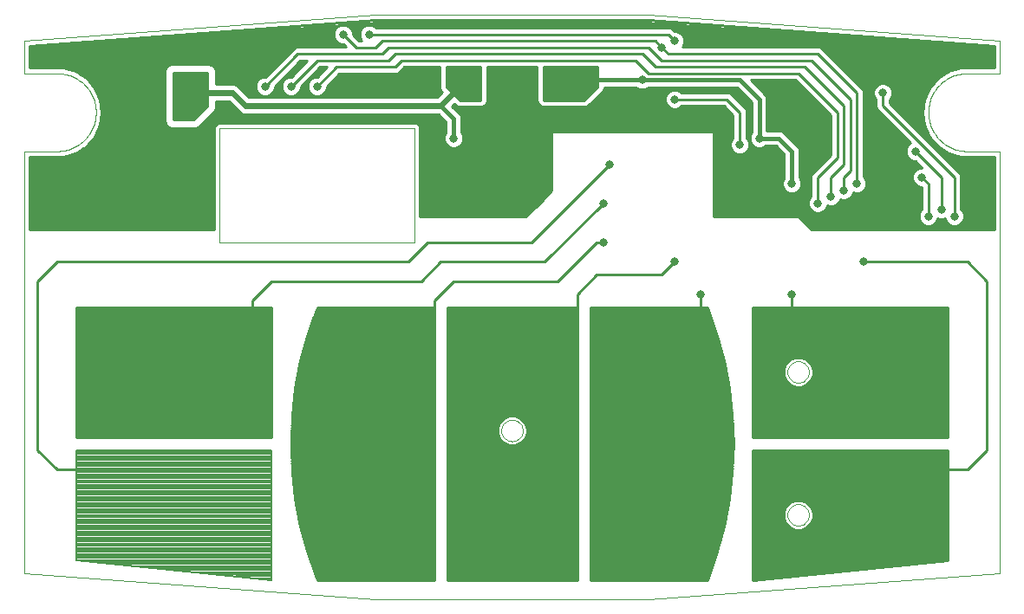
<source format=gtl>
G75*
G70*
%OFA0B0*%
%FSLAX24Y24*%
%IPPOS*%
%LPD*%
%AMOC8*
5,1,8,0,0,1.08239X$1,22.5*
%
%ADD10C,0.0000*%
%ADD11C,0.3000*%
%ADD12C,0.0100*%
%ADD13C,0.0320*%
%ADD14C,0.0080*%
%ADD15C,0.0160*%
%ADD16C,0.0240*%
D10*
X010400Y020400D02*
X023900Y019400D01*
X034400Y019400D01*
X047900Y020400D01*
X047900Y036650D01*
X046650Y036650D01*
X046574Y036652D01*
X046498Y036658D01*
X046423Y036667D01*
X046348Y036681D01*
X046274Y036698D01*
X046201Y036719D01*
X046129Y036743D01*
X046058Y036772D01*
X045989Y036803D01*
X045922Y036838D01*
X045857Y036877D01*
X045793Y036919D01*
X045732Y036964D01*
X045673Y037012D01*
X045617Y037063D01*
X045563Y037117D01*
X045512Y037173D01*
X045464Y037232D01*
X045419Y037293D01*
X045377Y037357D01*
X045338Y037422D01*
X045303Y037489D01*
X045272Y037558D01*
X045243Y037629D01*
X045219Y037701D01*
X045198Y037774D01*
X045181Y037848D01*
X045167Y037923D01*
X045158Y037998D01*
X045152Y038074D01*
X045150Y038150D01*
X045152Y038226D01*
X045158Y038302D01*
X045167Y038377D01*
X045181Y038452D01*
X045198Y038526D01*
X045219Y038599D01*
X045243Y038671D01*
X045272Y038742D01*
X045303Y038811D01*
X045338Y038878D01*
X045377Y038943D01*
X045419Y039007D01*
X045464Y039068D01*
X045512Y039127D01*
X045563Y039183D01*
X045617Y039237D01*
X045673Y039288D01*
X045732Y039336D01*
X045793Y039381D01*
X045857Y039423D01*
X045922Y039462D01*
X045989Y039497D01*
X046058Y039528D01*
X046129Y039557D01*
X046201Y039581D01*
X046274Y039602D01*
X046348Y039619D01*
X046423Y039633D01*
X046498Y039642D01*
X046574Y039648D01*
X046650Y039650D01*
X047900Y039650D01*
X047900Y040900D01*
X034400Y041900D01*
X023900Y041900D01*
X010400Y040900D01*
X010400Y039650D01*
X011650Y039650D01*
X011726Y039648D01*
X011802Y039642D01*
X011877Y039633D01*
X011952Y039619D01*
X012026Y039602D01*
X012099Y039581D01*
X012171Y039557D01*
X012242Y039528D01*
X012311Y039497D01*
X012378Y039462D01*
X012443Y039423D01*
X012507Y039381D01*
X012568Y039336D01*
X012627Y039288D01*
X012683Y039237D01*
X012737Y039183D01*
X012788Y039127D01*
X012836Y039068D01*
X012881Y039007D01*
X012923Y038943D01*
X012962Y038878D01*
X012997Y038811D01*
X013028Y038742D01*
X013057Y038671D01*
X013081Y038599D01*
X013102Y038526D01*
X013119Y038452D01*
X013133Y038377D01*
X013142Y038302D01*
X013148Y038226D01*
X013150Y038150D01*
X013148Y038074D01*
X013142Y037998D01*
X013133Y037923D01*
X013119Y037848D01*
X013102Y037774D01*
X013081Y037701D01*
X013057Y037629D01*
X013028Y037558D01*
X012997Y037489D01*
X012962Y037422D01*
X012923Y037357D01*
X012881Y037293D01*
X012836Y037232D01*
X012788Y037173D01*
X012737Y037117D01*
X012683Y037063D01*
X012627Y037012D01*
X012568Y036964D01*
X012507Y036919D01*
X012443Y036877D01*
X012378Y036838D01*
X012311Y036803D01*
X012242Y036772D01*
X012171Y036743D01*
X012099Y036719D01*
X012026Y036698D01*
X011952Y036681D01*
X011877Y036667D01*
X011802Y036658D01*
X011726Y036652D01*
X011650Y036650D01*
X010400Y036650D01*
X010400Y020400D01*
X017900Y033150D02*
X025400Y033150D01*
X025400Y037525D01*
X017900Y037525D01*
X017900Y033150D01*
X028737Y025900D02*
X028739Y025940D01*
X028745Y025981D01*
X028755Y026020D01*
X028768Y026058D01*
X028786Y026095D01*
X028807Y026129D01*
X028831Y026162D01*
X028858Y026192D01*
X028888Y026219D01*
X028921Y026243D01*
X028955Y026264D01*
X028992Y026282D01*
X029030Y026295D01*
X029069Y026305D01*
X029110Y026311D01*
X029150Y026313D01*
X029190Y026311D01*
X029231Y026305D01*
X029270Y026295D01*
X029308Y026282D01*
X029345Y026264D01*
X029379Y026243D01*
X029412Y026219D01*
X029442Y026192D01*
X029469Y026162D01*
X029493Y026129D01*
X029514Y026095D01*
X029532Y026058D01*
X029545Y026020D01*
X029555Y025981D01*
X029561Y025940D01*
X029563Y025900D01*
X029561Y025860D01*
X029555Y025819D01*
X029545Y025780D01*
X029532Y025742D01*
X029514Y025705D01*
X029493Y025671D01*
X029469Y025638D01*
X029442Y025608D01*
X029412Y025581D01*
X029379Y025557D01*
X029345Y025536D01*
X029308Y025518D01*
X029270Y025505D01*
X029231Y025495D01*
X029190Y025489D01*
X029150Y025487D01*
X029110Y025489D01*
X029069Y025495D01*
X029030Y025505D01*
X028992Y025518D01*
X028955Y025536D01*
X028921Y025557D01*
X028888Y025581D01*
X028858Y025608D01*
X028831Y025638D01*
X028807Y025671D01*
X028786Y025705D01*
X028768Y025742D01*
X028755Y025780D01*
X028745Y025819D01*
X028739Y025860D01*
X028737Y025900D01*
X039737Y028150D02*
X039739Y028190D01*
X039745Y028231D01*
X039755Y028270D01*
X039768Y028308D01*
X039786Y028345D01*
X039807Y028379D01*
X039831Y028412D01*
X039858Y028442D01*
X039888Y028469D01*
X039921Y028493D01*
X039955Y028514D01*
X039992Y028532D01*
X040030Y028545D01*
X040069Y028555D01*
X040110Y028561D01*
X040150Y028563D01*
X040190Y028561D01*
X040231Y028555D01*
X040270Y028545D01*
X040308Y028532D01*
X040345Y028514D01*
X040379Y028493D01*
X040412Y028469D01*
X040442Y028442D01*
X040469Y028412D01*
X040493Y028379D01*
X040514Y028345D01*
X040532Y028308D01*
X040545Y028270D01*
X040555Y028231D01*
X040561Y028190D01*
X040563Y028150D01*
X040561Y028110D01*
X040555Y028069D01*
X040545Y028030D01*
X040532Y027992D01*
X040514Y027955D01*
X040493Y027921D01*
X040469Y027888D01*
X040442Y027858D01*
X040412Y027831D01*
X040379Y027807D01*
X040345Y027786D01*
X040308Y027768D01*
X040270Y027755D01*
X040231Y027745D01*
X040190Y027739D01*
X040150Y027737D01*
X040110Y027739D01*
X040069Y027745D01*
X040030Y027755D01*
X039992Y027768D01*
X039955Y027786D01*
X039921Y027807D01*
X039888Y027831D01*
X039858Y027858D01*
X039831Y027888D01*
X039807Y027921D01*
X039786Y027955D01*
X039768Y027992D01*
X039755Y028030D01*
X039745Y028069D01*
X039739Y028110D01*
X039737Y028150D01*
X039737Y022650D02*
X039739Y022690D01*
X039745Y022731D01*
X039755Y022770D01*
X039768Y022808D01*
X039786Y022845D01*
X039807Y022879D01*
X039831Y022912D01*
X039858Y022942D01*
X039888Y022969D01*
X039921Y022993D01*
X039955Y023014D01*
X039992Y023032D01*
X040030Y023045D01*
X040069Y023055D01*
X040110Y023061D01*
X040150Y023063D01*
X040190Y023061D01*
X040231Y023055D01*
X040270Y023045D01*
X040308Y023032D01*
X040345Y023014D01*
X040379Y022993D01*
X040412Y022969D01*
X040442Y022942D01*
X040469Y022912D01*
X040493Y022879D01*
X040514Y022845D01*
X040532Y022808D01*
X040545Y022770D01*
X040555Y022731D01*
X040561Y022690D01*
X040563Y022650D01*
X040561Y022610D01*
X040555Y022569D01*
X040545Y022530D01*
X040532Y022492D01*
X040514Y022455D01*
X040493Y022421D01*
X040469Y022388D01*
X040442Y022358D01*
X040412Y022331D01*
X040379Y022307D01*
X040345Y022286D01*
X040308Y022268D01*
X040270Y022255D01*
X040231Y022245D01*
X040190Y022239D01*
X040150Y022237D01*
X040110Y022239D01*
X040069Y022245D01*
X040030Y022255D01*
X039992Y022268D01*
X039955Y022286D01*
X039921Y022307D01*
X039888Y022331D01*
X039858Y022358D01*
X039831Y022388D01*
X039807Y022421D01*
X039786Y022455D01*
X039768Y022492D01*
X039755Y022530D01*
X039745Y022569D01*
X039739Y022610D01*
X039737Y022650D01*
D11*
X029150Y035650D03*
D12*
X030287Y034787D02*
X025610Y034787D01*
X025610Y034689D02*
X030189Y034689D01*
X030090Y034590D02*
X025610Y034590D01*
X025610Y034492D02*
X029992Y034492D01*
X029893Y034393D02*
X025610Y034393D01*
X025610Y034295D02*
X029795Y034295D01*
X029696Y034196D02*
X025610Y034196D01*
X025610Y034150D02*
X025610Y037612D01*
X025487Y037735D01*
X017813Y037735D01*
X017690Y037612D01*
X017690Y033650D01*
X010610Y033650D01*
X010610Y036440D01*
X011896Y036440D01*
X012368Y036579D01*
X012781Y036844D01*
X012781Y036844D01*
X013103Y037216D01*
X013308Y037663D01*
X013308Y037663D01*
X013378Y038150D01*
X013308Y038637D01*
X013103Y039084D01*
X012781Y039456D01*
X012368Y039721D01*
X011896Y039860D01*
X010610Y039860D01*
X010610Y040705D01*
X023908Y041690D01*
X034392Y041690D01*
X047690Y040705D01*
X047690Y039860D01*
X046404Y039860D01*
X045932Y039721D01*
X045519Y039456D01*
X045197Y039084D01*
X044992Y038637D01*
X044992Y038637D01*
X044922Y038150D01*
X044992Y037663D01*
X045197Y037216D01*
X045519Y036844D01*
X045932Y036579D01*
X046404Y036440D01*
X047690Y036440D01*
X047690Y033650D01*
X040650Y033650D01*
X040150Y034150D01*
X036900Y034150D01*
X036900Y037400D01*
X030650Y037400D01*
X030650Y035150D01*
X029650Y034150D01*
X025610Y034150D01*
X025610Y034886D02*
X030386Y034886D01*
X030484Y034984D02*
X025610Y034984D01*
X025610Y035083D02*
X030583Y035083D01*
X030650Y035181D02*
X025610Y035181D01*
X025610Y035280D02*
X030650Y035280D01*
X030650Y035378D02*
X025610Y035378D01*
X025610Y035477D02*
X030650Y035477D01*
X030650Y035575D02*
X025610Y035575D01*
X025610Y035674D02*
X030650Y035674D01*
X030650Y035772D02*
X025610Y035772D01*
X025610Y035871D02*
X030650Y035871D01*
X030650Y035969D02*
X025610Y035969D01*
X025610Y036068D02*
X030650Y036068D01*
X030650Y036166D02*
X025610Y036166D01*
X025610Y036265D02*
X030650Y036265D01*
X030650Y036363D02*
X025610Y036363D01*
X025610Y036462D02*
X030650Y036462D01*
X030650Y036560D02*
X025610Y036560D01*
X025610Y036659D02*
X030650Y036659D01*
X030650Y036757D02*
X025610Y036757D01*
X025610Y036856D02*
X026671Y036856D01*
X026690Y036836D02*
X026826Y036780D01*
X026974Y036780D01*
X027110Y036836D01*
X027214Y036940D01*
X027270Y037076D01*
X027270Y037224D01*
X027214Y037360D01*
X027190Y037383D01*
X027190Y037958D01*
X027146Y038064D01*
X026838Y038372D01*
X026928Y038462D01*
X026986Y038404D01*
X027092Y038360D01*
X027958Y038360D01*
X028064Y038404D01*
X028146Y038486D01*
X028190Y038592D01*
X028190Y039890D01*
X030110Y039890D01*
X030110Y038592D01*
X030154Y038486D01*
X030236Y038404D01*
X030342Y038360D01*
X031958Y038360D01*
X032064Y038404D01*
X032646Y038986D01*
X032690Y039092D01*
X032690Y039110D01*
X033917Y039110D01*
X033940Y039086D01*
X034076Y039030D01*
X034224Y039030D01*
X034360Y039086D01*
X034383Y039110D01*
X037780Y039110D01*
X038360Y038530D01*
X038360Y037383D01*
X038336Y037360D01*
X038280Y037224D01*
X038280Y037076D01*
X038336Y036940D01*
X038440Y036836D01*
X038576Y036780D01*
X038724Y036780D01*
X038860Y036836D01*
X038883Y036860D01*
X039280Y036860D01*
X039610Y036530D01*
X039610Y035633D01*
X039586Y035610D01*
X039530Y035474D01*
X039530Y035326D01*
X039586Y035190D01*
X039690Y035086D01*
X039826Y035030D01*
X039974Y035030D01*
X040110Y035086D01*
X040214Y035190D01*
X040270Y035326D01*
X040270Y035474D01*
X040214Y035610D01*
X040190Y035633D01*
X040190Y036708D01*
X040146Y036814D01*
X039646Y037314D01*
X039564Y037396D01*
X039458Y037440D01*
X038940Y037440D01*
X038940Y038708D01*
X038896Y038814D01*
X038320Y039390D01*
X040042Y039390D01*
X041390Y038042D01*
X041390Y036508D01*
X040680Y035797D01*
X040640Y035702D01*
X040640Y034913D01*
X040586Y034860D01*
X040530Y034724D01*
X040530Y034576D01*
X040586Y034440D01*
X040690Y034336D01*
X040826Y034280D01*
X040974Y034280D01*
X041110Y034336D01*
X041214Y034440D01*
X041262Y034557D01*
X041326Y034530D01*
X041474Y034530D01*
X041610Y034586D01*
X041714Y034690D01*
X041762Y034807D01*
X041826Y034780D01*
X041974Y034780D01*
X042110Y034836D01*
X042214Y034940D01*
X042262Y035057D01*
X042326Y035030D01*
X042474Y035030D01*
X042610Y035086D01*
X042714Y035190D01*
X042770Y035326D01*
X042770Y035474D01*
X042714Y035610D01*
X042660Y035663D01*
X042660Y038952D01*
X042620Y039047D01*
X041120Y040547D01*
X041047Y040620D01*
X040952Y040660D01*
X035683Y040660D01*
X035714Y040690D01*
X035770Y040826D01*
X035770Y040974D01*
X035714Y041110D01*
X035610Y041214D01*
X035474Y041270D01*
X035398Y041270D01*
X035370Y041297D01*
X035297Y041370D01*
X035202Y041410D01*
X023913Y041410D01*
X023860Y041464D01*
X023724Y041520D01*
X023576Y041520D01*
X023440Y041464D01*
X023336Y041360D01*
X023280Y041224D01*
X023280Y041076D01*
X023336Y040940D01*
X023367Y040910D01*
X023258Y040910D01*
X023020Y041148D01*
X023020Y041224D01*
X022964Y041360D01*
X022860Y041464D01*
X022724Y041520D01*
X022576Y041520D01*
X022440Y041464D01*
X022336Y041360D01*
X022280Y041224D01*
X022280Y041076D01*
X022336Y040940D01*
X022440Y040836D01*
X022576Y040780D01*
X022652Y040780D01*
X022772Y040660D01*
X020848Y040660D01*
X020753Y040620D01*
X019652Y039520D01*
X019576Y039520D01*
X019440Y039464D01*
X019336Y039360D01*
X019280Y039224D01*
X019280Y039076D01*
X019336Y038940D01*
X019440Y038836D01*
X019576Y038780D01*
X019724Y038780D01*
X019860Y038836D01*
X019964Y038940D01*
X020020Y039076D01*
X020020Y039152D01*
X021008Y040140D01*
X021272Y040140D01*
X020652Y039520D01*
X020576Y039520D01*
X020440Y039464D01*
X020336Y039360D01*
X020280Y039224D01*
X020280Y039076D01*
X020336Y038940D01*
X020440Y038836D01*
X020576Y038780D01*
X020724Y038780D01*
X020860Y038836D01*
X020964Y038940D01*
X021020Y039076D01*
X021020Y039152D01*
X021758Y039890D01*
X022022Y039890D01*
X021652Y039520D01*
X021576Y039520D01*
X021440Y039464D01*
X021336Y039360D01*
X021280Y039224D01*
X021280Y039076D01*
X021336Y038940D01*
X021440Y038836D01*
X021576Y038780D01*
X021724Y038780D01*
X021860Y038836D01*
X021964Y038940D01*
X022020Y039076D01*
X022020Y039152D01*
X022508Y039640D01*
X024702Y039640D01*
X024797Y039680D01*
X024870Y039753D01*
X025008Y039890D01*
X026360Y039890D01*
X026360Y039092D01*
X026404Y038986D01*
X026462Y038928D01*
X026263Y038730D01*
X019037Y038730D01*
X018680Y039087D01*
X018587Y039180D01*
X018466Y039230D01*
X017770Y039230D01*
X017770Y039724D01*
X017714Y039860D01*
X017610Y039964D01*
X017474Y040020D01*
X016076Y040020D01*
X015940Y039964D01*
X015836Y039860D01*
X015780Y039724D01*
X015780Y037826D01*
X015836Y037690D01*
X015940Y037586D01*
X016076Y037530D01*
X016974Y037530D01*
X017110Y037586D01*
X017610Y038086D01*
X017714Y038190D01*
X017770Y038326D01*
X017770Y038570D01*
X018263Y038570D01*
X018620Y038213D01*
X018713Y038120D01*
X018834Y038070D01*
X026320Y038070D01*
X026610Y037780D01*
X026610Y037383D01*
X026586Y037360D01*
X026530Y037224D01*
X026530Y037076D01*
X026586Y036940D01*
X026690Y036836D01*
X026581Y036954D02*
X025610Y036954D01*
X025610Y037053D02*
X026540Y037053D01*
X026530Y037151D02*
X025610Y037151D01*
X025610Y037250D02*
X026541Y037250D01*
X026582Y037348D02*
X025610Y037348D01*
X025610Y037447D02*
X026610Y037447D01*
X026610Y037545D02*
X025610Y037545D01*
X025578Y037644D02*
X026610Y037644D01*
X026610Y037742D02*
X017265Y037742D01*
X017167Y037644D02*
X017722Y037644D01*
X017690Y037545D02*
X017010Y037545D01*
X017364Y037841D02*
X026549Y037841D01*
X026451Y037939D02*
X017462Y037939D01*
X017561Y038038D02*
X026352Y038038D01*
X026877Y038333D02*
X035198Y038333D01*
X035190Y038336D02*
X035326Y038280D01*
X035474Y038280D01*
X035610Y038336D01*
X035663Y038390D01*
X037292Y038390D01*
X037640Y038042D01*
X037640Y037163D01*
X037586Y037110D01*
X037530Y036974D01*
X037530Y036826D01*
X037586Y036690D01*
X037690Y036586D01*
X037826Y036530D01*
X037974Y036530D01*
X038110Y036586D01*
X038214Y036690D01*
X038270Y036826D01*
X038270Y036974D01*
X038214Y037110D01*
X038160Y037163D01*
X038160Y038202D01*
X038120Y038297D01*
X037620Y038797D01*
X037547Y038870D01*
X037452Y038910D01*
X035663Y038910D01*
X035610Y038964D01*
X035474Y039020D01*
X035326Y039020D01*
X035190Y038964D01*
X035086Y038860D01*
X035030Y038724D01*
X035030Y038576D01*
X035086Y038440D01*
X035190Y038336D01*
X035095Y038432D02*
X032092Y038432D01*
X032190Y038530D02*
X035049Y038530D01*
X035030Y038629D02*
X032289Y038629D01*
X032387Y038727D02*
X035031Y038727D01*
X035072Y038826D02*
X032486Y038826D01*
X032584Y038924D02*
X035151Y038924D01*
X035400Y038650D02*
X037400Y038650D01*
X037900Y038150D01*
X037900Y036900D01*
X038241Y036757D02*
X039383Y036757D01*
X039481Y036659D02*
X038182Y036659D01*
X038046Y036560D02*
X039580Y036560D01*
X039610Y036462D02*
X036900Y036462D01*
X036900Y036560D02*
X037754Y036560D01*
X037618Y036659D02*
X036900Y036659D01*
X036900Y036757D02*
X037559Y036757D01*
X037530Y036856D02*
X036900Y036856D01*
X036900Y036954D02*
X037530Y036954D01*
X037563Y037053D02*
X036900Y037053D01*
X036900Y037151D02*
X037628Y037151D01*
X037640Y037250D02*
X036900Y037250D01*
X036900Y037348D02*
X037640Y037348D01*
X037640Y037447D02*
X027190Y037447D01*
X027190Y037545D02*
X037640Y037545D01*
X037640Y037644D02*
X027190Y037644D01*
X027190Y037742D02*
X037640Y037742D01*
X037640Y037841D02*
X027190Y037841D01*
X027190Y037939D02*
X037640Y037939D01*
X037640Y038038D02*
X027157Y038038D01*
X027074Y038136D02*
X037546Y038136D01*
X037448Y038235D02*
X026976Y038235D01*
X026958Y038432D02*
X026898Y038432D01*
X026457Y038924D02*
X021947Y038924D01*
X021998Y039023D02*
X026389Y039023D01*
X026360Y039121D02*
X022020Y039121D01*
X022087Y039220D02*
X026360Y039220D01*
X026360Y039318D02*
X022186Y039318D01*
X022284Y039417D02*
X026360Y039417D01*
X026360Y039515D02*
X022383Y039515D01*
X022481Y039614D02*
X026360Y039614D01*
X026360Y039712D02*
X024830Y039712D01*
X024928Y039811D02*
X026360Y039811D01*
X026359Y038826D02*
X021833Y038826D01*
X021467Y038826D02*
X020833Y038826D01*
X020947Y038924D02*
X021353Y038924D01*
X021302Y039023D02*
X020998Y039023D01*
X021020Y039121D02*
X021280Y039121D01*
X021280Y039220D02*
X021087Y039220D01*
X021186Y039318D02*
X021319Y039318D01*
X021284Y039417D02*
X021393Y039417D01*
X021383Y039515D02*
X021564Y039515D01*
X021481Y039614D02*
X021746Y039614D01*
X021844Y039712D02*
X021580Y039712D01*
X021678Y039811D02*
X021943Y039811D01*
X021650Y040150D02*
X020650Y039150D01*
X020393Y039417D02*
X020284Y039417D01*
X020319Y039318D02*
X020186Y039318D01*
X020280Y039220D02*
X020087Y039220D01*
X020020Y039121D02*
X020280Y039121D01*
X020302Y039023D02*
X019998Y039023D01*
X019947Y038924D02*
X020353Y038924D01*
X020467Y038826D02*
X019833Y038826D01*
X019467Y038826D02*
X018941Y038826D01*
X018843Y038924D02*
X019353Y038924D01*
X019302Y039023D02*
X018744Y039023D01*
X018646Y039121D02*
X019280Y039121D01*
X019280Y039220D02*
X018491Y039220D01*
X018303Y038530D02*
X017770Y038530D01*
X017770Y038432D02*
X018402Y038432D01*
X018500Y038333D02*
X017770Y038333D01*
X017732Y038235D02*
X018599Y038235D01*
X018620Y038213D02*
X018620Y038213D01*
X018697Y038136D02*
X017659Y038136D01*
X017690Y037447D02*
X013209Y037447D01*
X013254Y037545D02*
X016040Y037545D01*
X015883Y037644D02*
X013299Y037644D01*
X013319Y037742D02*
X015815Y037742D01*
X015780Y037841D02*
X013333Y037841D01*
X013347Y037939D02*
X015780Y037939D01*
X015780Y038038D02*
X013361Y038038D01*
X013376Y038136D02*
X015780Y038136D01*
X015780Y038235D02*
X013365Y038235D01*
X013378Y038150D02*
X013378Y038150D01*
X013351Y038333D02*
X015780Y038333D01*
X015780Y038432D02*
X013337Y038432D01*
X013323Y038530D02*
X015780Y038530D01*
X015780Y038629D02*
X013309Y038629D01*
X013308Y038637D02*
X013308Y038637D01*
X013266Y038727D02*
X015780Y038727D01*
X015780Y038826D02*
X013221Y038826D01*
X013176Y038924D02*
X015780Y038924D01*
X015780Y039023D02*
X013131Y039023D01*
X013103Y039084D02*
X013103Y039084D01*
X013071Y039121D02*
X015780Y039121D01*
X015780Y039220D02*
X012986Y039220D01*
X012901Y039318D02*
X015780Y039318D01*
X015780Y039417D02*
X012815Y039417D01*
X012781Y039456D02*
X012781Y039456D01*
X012781Y039456D01*
X012689Y039515D02*
X015780Y039515D01*
X015780Y039614D02*
X012536Y039614D01*
X012382Y039712D02*
X015780Y039712D01*
X015816Y039811D02*
X012064Y039811D01*
X012368Y039721D02*
X012368Y039721D01*
X010610Y039909D02*
X015886Y039909D01*
X016046Y040008D02*
X010610Y040008D01*
X010610Y040106D02*
X020238Y040106D01*
X020140Y040008D02*
X017504Y040008D01*
X017664Y039909D02*
X020041Y039909D01*
X019943Y039811D02*
X017734Y039811D01*
X017770Y039712D02*
X019844Y039712D01*
X019746Y039614D02*
X017770Y039614D01*
X017770Y039515D02*
X019564Y039515D01*
X019393Y039417D02*
X017770Y039417D01*
X017770Y039318D02*
X019319Y039318D01*
X019650Y039150D02*
X020900Y040400D01*
X024150Y040400D01*
X024400Y040650D01*
X034400Y040650D01*
X034900Y040150D01*
X040650Y040150D01*
X042150Y038650D01*
X042150Y035900D01*
X041900Y035650D01*
X041900Y035150D01*
X042159Y034886D02*
X044890Y034886D01*
X044890Y034984D02*
X042232Y034984D01*
X041991Y034787D02*
X044890Y034787D01*
X044890Y034689D02*
X041712Y034689D01*
X041754Y034787D02*
X041809Y034787D01*
X041613Y034590D02*
X044890Y034590D01*
X044890Y034492D02*
X041235Y034492D01*
X041166Y034393D02*
X044870Y034393D01*
X044890Y034413D02*
X044836Y034360D01*
X044780Y034224D01*
X044780Y034076D01*
X044836Y033940D01*
X044940Y033836D01*
X045076Y033780D01*
X045224Y033780D01*
X045360Y033836D01*
X045464Y033940D01*
X045512Y034057D01*
X045576Y034030D01*
X045724Y034030D01*
X045788Y034057D01*
X045836Y033940D01*
X045940Y033836D01*
X046076Y033780D01*
X046224Y033780D01*
X046360Y033836D01*
X046464Y033940D01*
X046520Y034076D01*
X046520Y034224D01*
X046464Y034360D01*
X046410Y034413D01*
X046410Y035702D01*
X046370Y035797D01*
X043660Y038508D01*
X043660Y038637D01*
X043714Y038690D01*
X043770Y038826D01*
X043770Y038974D01*
X043714Y039110D01*
X043610Y039214D01*
X043474Y039270D01*
X043326Y039270D01*
X043190Y039214D01*
X043086Y039110D01*
X043030Y038974D01*
X043030Y038826D01*
X043086Y038690D01*
X043140Y038637D01*
X043140Y038348D01*
X043180Y038253D01*
X043253Y038180D01*
X044460Y036972D01*
X044440Y036964D01*
X044336Y036860D01*
X044280Y036724D01*
X044280Y036576D01*
X044336Y036440D01*
X044440Y036336D01*
X044576Y036280D01*
X044652Y036280D01*
X044912Y036020D01*
X044826Y036020D01*
X044690Y035964D01*
X044586Y035860D01*
X044530Y035724D01*
X044530Y035576D01*
X044586Y035440D01*
X044690Y035336D01*
X044826Y035280D01*
X044890Y035280D01*
X044890Y034413D01*
X044809Y034295D02*
X041009Y034295D01*
X040791Y034295D02*
X036900Y034295D01*
X036900Y034393D02*
X040634Y034393D01*
X040565Y034492D02*
X036900Y034492D01*
X036900Y034590D02*
X040530Y034590D01*
X040530Y034689D02*
X036900Y034689D01*
X036900Y034787D02*
X040556Y034787D01*
X040612Y034886D02*
X036900Y034886D01*
X036900Y034984D02*
X040640Y034984D01*
X040640Y035083D02*
X040100Y035083D01*
X040204Y035181D02*
X040640Y035181D01*
X040640Y035280D02*
X040251Y035280D01*
X040270Y035378D02*
X040640Y035378D01*
X040640Y035477D02*
X040269Y035477D01*
X040228Y035575D02*
X040640Y035575D01*
X040640Y035674D02*
X040190Y035674D01*
X040190Y035772D02*
X040669Y035772D01*
X040753Y035871D02*
X040190Y035871D01*
X040190Y035969D02*
X040851Y035969D01*
X040950Y036068D02*
X040190Y036068D01*
X040190Y036166D02*
X041048Y036166D01*
X041147Y036265D02*
X040190Y036265D01*
X040190Y036363D02*
X041245Y036363D01*
X041344Y036462D02*
X040190Y036462D01*
X040190Y036560D02*
X041390Y036560D01*
X041390Y036659D02*
X040190Y036659D01*
X040170Y036757D02*
X041390Y036757D01*
X041390Y036856D02*
X040105Y036856D01*
X040006Y036954D02*
X041390Y036954D01*
X041390Y037053D02*
X039908Y037053D01*
X039809Y037151D02*
X041390Y037151D01*
X041390Y037250D02*
X039711Y037250D01*
X039612Y037348D02*
X041390Y037348D01*
X041390Y037447D02*
X038940Y037447D01*
X038940Y037545D02*
X041390Y037545D01*
X041390Y037644D02*
X038940Y037644D01*
X038940Y037742D02*
X041390Y037742D01*
X041390Y037841D02*
X038940Y037841D01*
X038940Y037939D02*
X041390Y037939D01*
X041390Y038038D02*
X038940Y038038D01*
X038940Y038136D02*
X041296Y038136D01*
X041198Y038235D02*
X038940Y038235D01*
X038940Y038333D02*
X041099Y038333D01*
X041001Y038432D02*
X038940Y038432D01*
X038940Y038530D02*
X040902Y038530D01*
X040804Y038629D02*
X038940Y038629D01*
X038932Y038727D02*
X040705Y038727D01*
X040607Y038826D02*
X038885Y038826D01*
X038786Y038924D02*
X040508Y038924D01*
X040410Y039023D02*
X038688Y039023D01*
X038589Y039121D02*
X040311Y039121D01*
X040213Y039220D02*
X038491Y039220D01*
X038392Y039318D02*
X040114Y039318D01*
X040150Y039650D02*
X034400Y039650D01*
X033900Y040150D01*
X024900Y040150D01*
X024650Y039900D01*
X022400Y039900D01*
X021650Y039150D01*
X020844Y039712D02*
X020580Y039712D01*
X020678Y039811D02*
X020943Y039811D01*
X021041Y039909D02*
X020777Y039909D01*
X020875Y040008D02*
X021140Y040008D01*
X021238Y040106D02*
X020974Y040106D01*
X020632Y040500D02*
X010610Y040500D01*
X010610Y040402D02*
X020534Y040402D01*
X020435Y040303D02*
X010610Y040303D01*
X010610Y040205D02*
X020337Y040205D01*
X020731Y040599D02*
X010610Y040599D01*
X010610Y040697D02*
X022735Y040697D01*
X022539Y040796D02*
X011832Y040796D01*
X013162Y040894D02*
X022383Y040894D01*
X022315Y040993D02*
X014492Y040993D01*
X015822Y041091D02*
X022280Y041091D01*
X022280Y041190D02*
X017151Y041190D01*
X018481Y041288D02*
X022307Y041288D01*
X022363Y041387D02*
X019811Y041387D01*
X021141Y041485D02*
X022492Y041485D01*
X022470Y041584D02*
X035830Y041584D01*
X035634Y041190D02*
X041149Y041190D01*
X041069Y040599D02*
X047690Y040599D01*
X047690Y040697D02*
X035716Y040697D01*
X035757Y040796D02*
X046468Y040796D01*
X046236Y039811D02*
X041857Y039811D01*
X041759Y039909D02*
X047690Y039909D01*
X047690Y040008D02*
X041660Y040008D01*
X041562Y040106D02*
X047690Y040106D01*
X047690Y040205D02*
X041463Y040205D01*
X041365Y040303D02*
X047690Y040303D01*
X047690Y040402D02*
X041266Y040402D01*
X041168Y040500D02*
X047690Y040500D01*
X045932Y039721D02*
X045932Y039721D01*
X045918Y039712D02*
X041956Y039712D01*
X042054Y039614D02*
X045764Y039614D01*
X045611Y039515D02*
X042153Y039515D01*
X042251Y039417D02*
X045485Y039417D01*
X045519Y039456D02*
X045519Y039456D01*
X045399Y039318D02*
X042350Y039318D01*
X042448Y039220D02*
X043205Y039220D01*
X043098Y039121D02*
X042547Y039121D01*
X042631Y039023D02*
X043050Y039023D01*
X043030Y038924D02*
X042660Y038924D01*
X042660Y038826D02*
X043030Y038826D01*
X043071Y038727D02*
X042660Y038727D01*
X042660Y038629D02*
X043140Y038629D01*
X043140Y038530D02*
X042660Y038530D01*
X042660Y038432D02*
X043140Y038432D01*
X043146Y038333D02*
X042660Y038333D01*
X042660Y038235D02*
X043198Y038235D01*
X043296Y038136D02*
X042660Y038136D01*
X042660Y038038D02*
X043395Y038038D01*
X043493Y037939D02*
X042660Y037939D01*
X042660Y037841D02*
X043592Y037841D01*
X043690Y037742D02*
X042660Y037742D01*
X042660Y037644D02*
X043789Y037644D01*
X043887Y037545D02*
X042660Y037545D01*
X042660Y037447D02*
X043986Y037447D01*
X044084Y037348D02*
X042660Y037348D01*
X042660Y037250D02*
X044183Y037250D01*
X044281Y037151D02*
X042660Y037151D01*
X042660Y037053D02*
X044380Y037053D01*
X044431Y036954D02*
X042660Y036954D01*
X042660Y036856D02*
X044335Y036856D01*
X044294Y036757D02*
X042660Y036757D01*
X042660Y036659D02*
X044280Y036659D01*
X044287Y036560D02*
X042660Y036560D01*
X042660Y036462D02*
X044328Y036462D01*
X044414Y036363D02*
X042660Y036363D01*
X042660Y036265D02*
X044668Y036265D01*
X044766Y036166D02*
X042660Y036166D01*
X042660Y036068D02*
X044865Y036068D01*
X044703Y035969D02*
X042660Y035969D01*
X042660Y035871D02*
X044597Y035871D01*
X044550Y035772D02*
X042660Y035772D01*
X042660Y035674D02*
X044530Y035674D01*
X044531Y035575D02*
X042728Y035575D01*
X042769Y035477D02*
X044571Y035477D01*
X044649Y035378D02*
X042770Y035378D01*
X042751Y035280D02*
X044890Y035280D01*
X044890Y035181D02*
X042704Y035181D01*
X042600Y035083D02*
X044890Y035083D01*
X045150Y035400D02*
X044900Y035650D01*
X045150Y035400D02*
X045150Y034150D01*
X045488Y033999D02*
X045812Y033999D01*
X045876Y033901D02*
X045424Y033901D01*
X045277Y033802D02*
X046023Y033802D01*
X046277Y033802D02*
X047690Y033802D01*
X047690Y033704D02*
X040596Y033704D01*
X040498Y033802D02*
X045023Y033802D01*
X044876Y033901D02*
X040399Y033901D01*
X040301Y033999D02*
X044812Y033999D01*
X044780Y034098D02*
X040202Y034098D01*
X040900Y034650D02*
X040900Y035650D01*
X041650Y036400D01*
X041650Y038150D01*
X040150Y039650D01*
X040400Y039900D02*
X034650Y039900D01*
X034150Y040400D01*
X024650Y040400D01*
X024400Y040150D01*
X021650Y040150D01*
X020746Y039614D02*
X020481Y039614D01*
X020564Y039515D02*
X020383Y039515D01*
X022650Y041150D02*
X023150Y040650D01*
X023900Y040650D01*
X024150Y040900D01*
X034650Y040900D01*
X034900Y040650D01*
X035150Y040400D01*
X040900Y040400D01*
X042400Y038900D01*
X042400Y035400D01*
X041900Y036150D02*
X041900Y038400D01*
X040400Y039900D01*
X039819Y041288D02*
X035380Y041288D01*
X035258Y041387D02*
X038489Y041387D01*
X037159Y041485D02*
X023808Y041485D01*
X023800Y041682D02*
X034500Y041682D01*
X035150Y041150D02*
X023650Y041150D01*
X023307Y041288D02*
X022993Y041288D01*
X023020Y041190D02*
X023280Y041190D01*
X023280Y041091D02*
X023077Y041091D01*
X023175Y040993D02*
X023315Y040993D01*
X023363Y041387D02*
X022937Y041387D01*
X022808Y041485D02*
X023492Y041485D01*
X028190Y039811D02*
X030110Y039811D01*
X030110Y039712D02*
X028190Y039712D01*
X028190Y039614D02*
X030110Y039614D01*
X030110Y039515D02*
X028190Y039515D01*
X028190Y039417D02*
X030110Y039417D01*
X030110Y039318D02*
X028190Y039318D01*
X028190Y039220D02*
X030110Y039220D01*
X030110Y039121D02*
X028190Y039121D01*
X028190Y039023D02*
X030110Y039023D01*
X030110Y038924D02*
X028190Y038924D01*
X028190Y038826D02*
X030110Y038826D01*
X030110Y038727D02*
X028190Y038727D01*
X028190Y038629D02*
X030110Y038629D01*
X030136Y038530D02*
X028164Y038530D01*
X028092Y038432D02*
X030208Y038432D01*
X030650Y037348D02*
X027218Y037348D01*
X027259Y037250D02*
X030650Y037250D01*
X030650Y037151D02*
X027270Y037151D01*
X027260Y037053D02*
X030650Y037053D01*
X030650Y036954D02*
X027219Y036954D01*
X027129Y036856D02*
X030650Y036856D01*
X032900Y036150D02*
X029900Y033150D01*
X025900Y033150D01*
X025150Y032400D01*
X011650Y032400D01*
X010900Y031650D01*
X010900Y025150D01*
X011650Y024400D01*
X012650Y024400D01*
X012400Y025650D02*
X012400Y030650D01*
X019900Y030650D01*
X019900Y025650D01*
X012400Y025650D01*
X012400Y025725D02*
X019900Y025725D01*
X019900Y025823D02*
X012400Y025823D01*
X012400Y025922D02*
X019900Y025922D01*
X019900Y026020D02*
X012400Y026020D01*
X012400Y026119D02*
X019900Y026119D01*
X019900Y026217D02*
X012400Y026217D01*
X012400Y026316D02*
X019900Y026316D01*
X019900Y026414D02*
X012400Y026414D01*
X012400Y026513D02*
X019900Y026513D01*
X019900Y026611D02*
X012400Y026611D01*
X012400Y026710D02*
X019900Y026710D01*
X019900Y026808D02*
X012400Y026808D01*
X012400Y026907D02*
X019900Y026907D01*
X019900Y027005D02*
X012400Y027005D01*
X012400Y027104D02*
X019900Y027104D01*
X019900Y027202D02*
X012400Y027202D01*
X012400Y027301D02*
X019900Y027301D01*
X019900Y027399D02*
X012400Y027399D01*
X012400Y027498D02*
X019900Y027498D01*
X019900Y027596D02*
X012400Y027596D01*
X012400Y027695D02*
X019900Y027695D01*
X019900Y027793D02*
X012400Y027793D01*
X012400Y027892D02*
X019900Y027892D01*
X019900Y027990D02*
X012400Y027990D01*
X012400Y028089D02*
X019900Y028089D01*
X019900Y028187D02*
X012400Y028187D01*
X012400Y028286D02*
X019900Y028286D01*
X019900Y028384D02*
X012400Y028384D01*
X012400Y028483D02*
X019900Y028483D01*
X019900Y028581D02*
X012400Y028581D01*
X012400Y028680D02*
X019900Y028680D01*
X019900Y028778D02*
X012400Y028778D01*
X012400Y028877D02*
X019900Y028877D01*
X019900Y028975D02*
X012400Y028975D01*
X012400Y029074D02*
X019900Y029074D01*
X019900Y029172D02*
X012400Y029172D01*
X012400Y029271D02*
X019900Y029271D01*
X019900Y029369D02*
X012400Y029369D01*
X012400Y029468D02*
X019900Y029468D01*
X019900Y029566D02*
X012400Y029566D01*
X012400Y029665D02*
X019900Y029665D01*
X019900Y029763D02*
X012400Y029763D01*
X012400Y029862D02*
X019900Y029862D01*
X019900Y029960D02*
X012400Y029960D01*
X012400Y030059D02*
X019900Y030059D01*
X019900Y030157D02*
X012400Y030157D01*
X012400Y030256D02*
X019900Y030256D01*
X019900Y030354D02*
X012400Y030354D01*
X012400Y030453D02*
X019900Y030453D01*
X019900Y030551D02*
X012400Y030551D01*
X010610Y033704D02*
X017690Y033704D01*
X017690Y033802D02*
X010610Y033802D01*
X010610Y033901D02*
X017690Y033901D01*
X017690Y033999D02*
X010610Y033999D01*
X010610Y034098D02*
X017690Y034098D01*
X017690Y034196D02*
X010610Y034196D01*
X010610Y034295D02*
X017690Y034295D01*
X017690Y034393D02*
X010610Y034393D01*
X010610Y034492D02*
X017690Y034492D01*
X017690Y034590D02*
X010610Y034590D01*
X010610Y034689D02*
X017690Y034689D01*
X017690Y034787D02*
X010610Y034787D01*
X010610Y034886D02*
X017690Y034886D01*
X017690Y034984D02*
X010610Y034984D01*
X010610Y035083D02*
X017690Y035083D01*
X017690Y035181D02*
X010610Y035181D01*
X010610Y035280D02*
X017690Y035280D01*
X017690Y035378D02*
X010610Y035378D01*
X010610Y035477D02*
X017690Y035477D01*
X017690Y035575D02*
X010610Y035575D01*
X010610Y035674D02*
X017690Y035674D01*
X017690Y035772D02*
X010610Y035772D01*
X010610Y035871D02*
X017690Y035871D01*
X017690Y035969D02*
X010610Y035969D01*
X010610Y036068D02*
X017690Y036068D01*
X017690Y036166D02*
X010610Y036166D01*
X010610Y036265D02*
X017690Y036265D01*
X017690Y036363D02*
X010610Y036363D01*
X011969Y036462D02*
X017690Y036462D01*
X017690Y036560D02*
X012305Y036560D01*
X012368Y036579D02*
X012368Y036579D01*
X012492Y036659D02*
X017690Y036659D01*
X017690Y036757D02*
X012645Y036757D01*
X012791Y036856D02*
X017690Y036856D01*
X017690Y036954D02*
X012876Y036954D01*
X012962Y037053D02*
X017690Y037053D01*
X017690Y037151D02*
X013047Y037151D01*
X013103Y037216D02*
X013103Y037216D01*
X013119Y037250D02*
X017690Y037250D01*
X017690Y037348D02*
X013164Y037348D01*
X019150Y030900D02*
X019900Y031650D01*
X025650Y031650D01*
X026400Y032400D01*
X030400Y032400D01*
X032650Y034650D01*
X032650Y033150D02*
X032400Y033150D01*
X030900Y031650D01*
X026900Y031650D01*
X026150Y030900D01*
X026150Y030150D01*
X026150Y030157D02*
X021476Y030157D01*
X021441Y030059D02*
X026150Y030059D01*
X026150Y029960D02*
X021406Y029960D01*
X021372Y029862D02*
X026150Y029862D01*
X026150Y029763D02*
X021337Y029763D01*
X021302Y029665D02*
X026150Y029665D01*
X026150Y029566D02*
X021273Y029566D01*
X021292Y029636D02*
X021650Y030650D01*
X026150Y030650D01*
X026150Y020150D01*
X021650Y020150D01*
X021292Y021164D01*
X021011Y022202D01*
X020810Y023258D01*
X020688Y024326D01*
X020648Y025400D01*
X020688Y026474D01*
X020810Y027542D01*
X021011Y028598D01*
X021292Y029636D01*
X021246Y029468D02*
X026150Y029468D01*
X026150Y029369D02*
X021220Y029369D01*
X021193Y029271D02*
X026150Y029271D01*
X026150Y029172D02*
X021167Y029172D01*
X021140Y029074D02*
X026150Y029074D01*
X026150Y028975D02*
X021113Y028975D01*
X021087Y028877D02*
X026150Y028877D01*
X026150Y028778D02*
X021060Y028778D01*
X021033Y028680D02*
X026150Y028680D01*
X026150Y028581D02*
X021008Y028581D01*
X020989Y028483D02*
X026150Y028483D01*
X026150Y028384D02*
X020970Y028384D01*
X020952Y028286D02*
X026150Y028286D01*
X026150Y028187D02*
X020933Y028187D01*
X020914Y028089D02*
X026150Y028089D01*
X026150Y027990D02*
X020895Y027990D01*
X020876Y027892D02*
X026150Y027892D01*
X026150Y027793D02*
X020858Y027793D01*
X020839Y027695D02*
X026150Y027695D01*
X026150Y027596D02*
X020820Y027596D01*
X020805Y027498D02*
X026150Y027498D01*
X026150Y027399D02*
X020794Y027399D01*
X020782Y027301D02*
X026150Y027301D01*
X026150Y027202D02*
X020771Y027202D01*
X020760Y027104D02*
X026150Y027104D01*
X026150Y027005D02*
X020749Y027005D01*
X020738Y026907D02*
X026150Y026907D01*
X026150Y026808D02*
X020726Y026808D01*
X020715Y026710D02*
X026150Y026710D01*
X026150Y026611D02*
X020704Y026611D01*
X020693Y026513D02*
X026150Y026513D01*
X026150Y026414D02*
X020686Y026414D01*
X020682Y026316D02*
X026150Y026316D01*
X026150Y026217D02*
X020679Y026217D01*
X020675Y026119D02*
X026150Y026119D01*
X026150Y026020D02*
X020671Y026020D01*
X020668Y025922D02*
X026150Y025922D01*
X026150Y025823D02*
X020664Y025823D01*
X020660Y025725D02*
X026150Y025725D01*
X026150Y025626D02*
X020656Y025626D01*
X020653Y025528D02*
X026150Y025528D01*
X026150Y025429D02*
X020649Y025429D01*
X020650Y025331D02*
X026150Y025331D01*
X026150Y025232D02*
X020654Y025232D01*
X020658Y025134D02*
X026150Y025134D01*
X026150Y025035D02*
X020662Y025035D01*
X020665Y024937D02*
X026150Y024937D01*
X026150Y024838D02*
X020669Y024838D01*
X020673Y024740D02*
X026150Y024740D01*
X026150Y024641D02*
X020676Y024641D01*
X020680Y024543D02*
X026150Y024543D01*
X026150Y024444D02*
X020684Y024444D01*
X020688Y024346D02*
X026150Y024346D01*
X026150Y024247D02*
X020697Y024247D01*
X020708Y024149D02*
X026150Y024149D01*
X026150Y024050D02*
X020720Y024050D01*
X020731Y023952D02*
X026150Y023952D01*
X026150Y023853D02*
X020742Y023853D01*
X020753Y023755D02*
X026150Y023755D01*
X026150Y023656D02*
X020764Y023656D01*
X020776Y023558D02*
X026150Y023558D01*
X026150Y023459D02*
X020787Y023459D01*
X020798Y023361D02*
X026150Y023361D01*
X026150Y023262D02*
X020809Y023262D01*
X020828Y023164D02*
X026150Y023164D01*
X026150Y023065D02*
X020846Y023065D01*
X020865Y022967D02*
X026150Y022967D01*
X026150Y022868D02*
X020884Y022868D01*
X020903Y022770D02*
X026150Y022770D01*
X026150Y022671D02*
X020922Y022671D01*
X020940Y022573D02*
X026150Y022573D01*
X026150Y022474D02*
X020959Y022474D01*
X020978Y022376D02*
X026150Y022376D01*
X026150Y022277D02*
X020997Y022277D01*
X021017Y022179D02*
X026150Y022179D01*
X026150Y022080D02*
X021044Y022080D01*
X021071Y021982D02*
X026150Y021982D01*
X026150Y021883D02*
X021097Y021883D01*
X021124Y021785D02*
X026150Y021785D01*
X026150Y021686D02*
X021151Y021686D01*
X021177Y021588D02*
X026150Y021588D01*
X026150Y021489D02*
X021204Y021489D01*
X021231Y021391D02*
X026150Y021391D01*
X026150Y021292D02*
X021257Y021292D01*
X021284Y021194D02*
X026150Y021194D01*
X026150Y021095D02*
X021316Y021095D01*
X021351Y020997D02*
X026150Y020997D01*
X026150Y020898D02*
X021386Y020898D01*
X021420Y020800D02*
X026150Y020800D01*
X026150Y020701D02*
X021455Y020701D01*
X021490Y020603D02*
X026150Y020603D01*
X026150Y020504D02*
X021525Y020504D01*
X021560Y020406D02*
X026150Y020406D01*
X026150Y020307D02*
X021594Y020307D01*
X021629Y020209D02*
X026150Y020209D01*
X026650Y020209D02*
X031650Y020209D01*
X031650Y020150D02*
X026650Y020150D01*
X026650Y030650D01*
X031650Y030650D01*
X031650Y020150D01*
X031650Y020307D02*
X026650Y020307D01*
X026650Y020406D02*
X031650Y020406D01*
X031650Y020504D02*
X026650Y020504D01*
X026650Y020603D02*
X031650Y020603D01*
X031650Y020701D02*
X026650Y020701D01*
X026650Y020800D02*
X031650Y020800D01*
X031650Y020898D02*
X026650Y020898D01*
X026650Y020997D02*
X031650Y020997D01*
X031650Y021095D02*
X026650Y021095D01*
X026650Y021194D02*
X031650Y021194D01*
X031650Y021292D02*
X026650Y021292D01*
X026650Y021391D02*
X031650Y021391D01*
X031650Y021489D02*
X026650Y021489D01*
X026650Y021588D02*
X031650Y021588D01*
X031650Y021686D02*
X026650Y021686D01*
X026650Y021785D02*
X031650Y021785D01*
X031650Y021883D02*
X026650Y021883D01*
X026650Y021982D02*
X031650Y021982D01*
X031650Y022080D02*
X026650Y022080D01*
X026650Y022179D02*
X031650Y022179D01*
X031650Y022277D02*
X026650Y022277D01*
X026650Y022376D02*
X031650Y022376D01*
X031650Y022474D02*
X026650Y022474D01*
X026650Y022573D02*
X031650Y022573D01*
X031650Y022671D02*
X026650Y022671D01*
X026650Y022770D02*
X031650Y022770D01*
X031650Y022868D02*
X026650Y022868D01*
X026650Y022967D02*
X031650Y022967D01*
X031650Y023065D02*
X026650Y023065D01*
X026650Y023164D02*
X031650Y023164D01*
X031650Y023262D02*
X026650Y023262D01*
X026650Y023361D02*
X031650Y023361D01*
X031650Y023459D02*
X026650Y023459D01*
X026650Y023558D02*
X031650Y023558D01*
X031650Y023656D02*
X026650Y023656D01*
X026650Y023755D02*
X031650Y023755D01*
X031650Y023853D02*
X026650Y023853D01*
X026650Y023952D02*
X031650Y023952D01*
X031650Y024050D02*
X026650Y024050D01*
X026650Y024149D02*
X031650Y024149D01*
X031650Y024247D02*
X026650Y024247D01*
X026650Y024346D02*
X031650Y024346D01*
X031650Y024444D02*
X026650Y024444D01*
X026650Y024543D02*
X031650Y024543D01*
X031650Y024641D02*
X026650Y024641D01*
X026650Y024740D02*
X031650Y024740D01*
X031650Y024838D02*
X026650Y024838D01*
X026650Y024937D02*
X031650Y024937D01*
X031650Y025035D02*
X026650Y025035D01*
X026650Y025134D02*
X031650Y025134D01*
X031650Y025232D02*
X026650Y025232D01*
X026650Y025331D02*
X031650Y025331D01*
X031650Y025429D02*
X029476Y025429D01*
X029469Y025422D02*
X029628Y025581D01*
X029713Y025788D01*
X029713Y026012D01*
X029628Y026219D01*
X029469Y026378D01*
X029262Y026463D01*
X029038Y026463D01*
X028831Y026378D01*
X028672Y026219D01*
X028587Y026012D01*
X028587Y025788D01*
X028672Y025581D01*
X028831Y025422D01*
X029038Y025337D01*
X029262Y025337D01*
X029469Y025422D01*
X029575Y025528D02*
X031650Y025528D01*
X031650Y025626D02*
X029647Y025626D01*
X029687Y025725D02*
X031650Y025725D01*
X031650Y025823D02*
X029713Y025823D01*
X029713Y025922D02*
X031650Y025922D01*
X031650Y026020D02*
X029710Y026020D01*
X029669Y026119D02*
X031650Y026119D01*
X031650Y026217D02*
X029628Y026217D01*
X029531Y026316D02*
X031650Y026316D01*
X031650Y026414D02*
X029380Y026414D01*
X028920Y026414D02*
X026650Y026414D01*
X026650Y026316D02*
X028769Y026316D01*
X028672Y026217D02*
X026650Y026217D01*
X026650Y026119D02*
X028631Y026119D01*
X028590Y026020D02*
X026650Y026020D01*
X026650Y025922D02*
X028587Y025922D01*
X028587Y025823D02*
X026650Y025823D01*
X026650Y025725D02*
X028613Y025725D01*
X028653Y025626D02*
X026650Y025626D01*
X026650Y025528D02*
X028725Y025528D01*
X028824Y025429D02*
X026650Y025429D01*
X026650Y026513D02*
X031650Y026513D01*
X031650Y026611D02*
X026650Y026611D01*
X026650Y026710D02*
X031650Y026710D01*
X031650Y026808D02*
X026650Y026808D01*
X026650Y026907D02*
X031650Y026907D01*
X031650Y027005D02*
X026650Y027005D01*
X026650Y027104D02*
X031650Y027104D01*
X031650Y027202D02*
X026650Y027202D01*
X026650Y027301D02*
X031650Y027301D01*
X031650Y027399D02*
X026650Y027399D01*
X026650Y027498D02*
X031650Y027498D01*
X031650Y027596D02*
X026650Y027596D01*
X026650Y027695D02*
X031650Y027695D01*
X031650Y027793D02*
X026650Y027793D01*
X026650Y027892D02*
X031650Y027892D01*
X031650Y027990D02*
X026650Y027990D01*
X026650Y028089D02*
X031650Y028089D01*
X031650Y028187D02*
X026650Y028187D01*
X026650Y028286D02*
X031650Y028286D01*
X031650Y028384D02*
X026650Y028384D01*
X026650Y028483D02*
X031650Y028483D01*
X031650Y028581D02*
X026650Y028581D01*
X026650Y028680D02*
X031650Y028680D01*
X031650Y028778D02*
X026650Y028778D01*
X026650Y028877D02*
X031650Y028877D01*
X031650Y028975D02*
X026650Y028975D01*
X026650Y029074D02*
X031650Y029074D01*
X031650Y029172D02*
X026650Y029172D01*
X026650Y029271D02*
X031650Y029271D01*
X031650Y029369D02*
X026650Y029369D01*
X026650Y029468D02*
X031650Y029468D01*
X031650Y029566D02*
X026650Y029566D01*
X026650Y029665D02*
X031650Y029665D01*
X031650Y029763D02*
X026650Y029763D01*
X026650Y029862D02*
X031650Y029862D01*
X031650Y029960D02*
X026650Y029960D01*
X026650Y030059D02*
X031650Y030059D01*
X031650Y030157D02*
X026650Y030157D01*
X026650Y030256D02*
X031650Y030256D01*
X031650Y030354D02*
X026650Y030354D01*
X026650Y030453D02*
X031650Y030453D01*
X031650Y030400D02*
X031650Y031150D01*
X032400Y031900D01*
X034900Y031900D01*
X035400Y032400D01*
X036400Y031150D02*
X036400Y029650D01*
X036928Y029862D02*
X032150Y029862D01*
X032150Y029960D02*
X036893Y029960D01*
X036858Y030059D02*
X032150Y030059D01*
X032150Y030157D02*
X036824Y030157D01*
X036789Y030256D02*
X032150Y030256D01*
X032150Y030354D02*
X036754Y030354D01*
X036719Y030453D02*
X032150Y030453D01*
X032150Y030551D02*
X036685Y030551D01*
X036650Y030650D02*
X037007Y029636D01*
X037287Y028598D01*
X037488Y027542D01*
X037610Y026474D01*
X037650Y025400D01*
X037610Y024326D01*
X037488Y023258D01*
X037287Y022202D01*
X037007Y021164D01*
X036650Y020150D01*
X032150Y020150D01*
X032150Y030650D01*
X036650Y030650D01*
X036962Y029763D02*
X032150Y029763D01*
X032150Y029665D02*
X036997Y029665D01*
X037026Y029566D02*
X032150Y029566D01*
X032150Y029468D02*
X037053Y029468D01*
X037079Y029369D02*
X032150Y029369D01*
X032150Y029271D02*
X037106Y029271D01*
X037132Y029172D02*
X032150Y029172D01*
X032150Y029074D02*
X037159Y029074D01*
X037186Y028975D02*
X032150Y028975D01*
X032150Y028877D02*
X037212Y028877D01*
X037239Y028778D02*
X032150Y028778D01*
X032150Y028680D02*
X037265Y028680D01*
X037290Y028581D02*
X032150Y028581D01*
X032150Y028483D02*
X037309Y028483D01*
X037328Y028384D02*
X032150Y028384D01*
X032150Y028286D02*
X037347Y028286D01*
X037366Y028187D02*
X032150Y028187D01*
X032150Y028089D02*
X037384Y028089D01*
X037403Y027990D02*
X032150Y027990D01*
X032150Y027892D02*
X037422Y027892D01*
X037441Y027793D02*
X032150Y027793D01*
X032150Y027695D02*
X037459Y027695D01*
X037478Y027596D02*
X032150Y027596D01*
X032150Y027498D02*
X037493Y027498D01*
X037505Y027399D02*
X032150Y027399D01*
X032150Y027301D02*
X037516Y027301D01*
X037527Y027202D02*
X032150Y027202D01*
X032150Y027104D02*
X037538Y027104D01*
X037549Y027005D02*
X032150Y027005D01*
X032150Y026907D02*
X037560Y026907D01*
X037572Y026808D02*
X032150Y026808D01*
X032150Y026710D02*
X037583Y026710D01*
X037594Y026611D02*
X032150Y026611D01*
X032150Y026513D02*
X037605Y026513D01*
X037612Y026414D02*
X032150Y026414D01*
X032150Y026316D02*
X037616Y026316D01*
X037619Y026217D02*
X032150Y026217D01*
X032150Y026119D02*
X037623Y026119D01*
X037627Y026020D02*
X032150Y026020D01*
X032150Y025922D02*
X037630Y025922D01*
X037634Y025823D02*
X032150Y025823D01*
X032150Y025725D02*
X037638Y025725D01*
X037641Y025626D02*
X032150Y025626D01*
X032150Y025528D02*
X037645Y025528D01*
X037649Y025429D02*
X032150Y025429D01*
X032150Y025331D02*
X037647Y025331D01*
X037644Y025232D02*
X032150Y025232D01*
X032150Y025134D02*
X037640Y025134D01*
X037636Y025035D02*
X032150Y025035D01*
X032150Y024937D02*
X037633Y024937D01*
X037629Y024838D02*
X032150Y024838D01*
X032150Y024740D02*
X037625Y024740D01*
X037621Y024641D02*
X032150Y024641D01*
X032150Y024543D02*
X037618Y024543D01*
X037614Y024444D02*
X032150Y024444D01*
X032150Y024346D02*
X037610Y024346D01*
X037601Y024247D02*
X032150Y024247D01*
X032150Y024149D02*
X037589Y024149D01*
X037578Y024050D02*
X032150Y024050D01*
X032150Y023952D02*
X037567Y023952D01*
X037556Y023853D02*
X032150Y023853D01*
X032150Y023755D02*
X037545Y023755D01*
X037534Y023656D02*
X032150Y023656D01*
X032150Y023558D02*
X037522Y023558D01*
X037511Y023459D02*
X032150Y023459D01*
X032150Y023361D02*
X037500Y023361D01*
X037489Y023262D02*
X032150Y023262D01*
X032150Y023164D02*
X037471Y023164D01*
X037452Y023065D02*
X032150Y023065D01*
X032150Y022967D02*
X037433Y022967D01*
X037414Y022868D02*
X032150Y022868D01*
X032150Y022770D02*
X037396Y022770D01*
X037377Y022671D02*
X032150Y022671D01*
X032150Y022573D02*
X037358Y022573D01*
X037339Y022474D02*
X032150Y022474D01*
X032150Y022376D02*
X037320Y022376D01*
X037302Y022277D02*
X032150Y022277D01*
X032150Y022179D02*
X037281Y022179D01*
X037255Y022080D02*
X032150Y022080D01*
X032150Y021982D02*
X037228Y021982D01*
X037201Y021883D02*
X032150Y021883D01*
X032150Y021785D02*
X037175Y021785D01*
X037148Y021686D02*
X032150Y021686D01*
X032150Y021588D02*
X037122Y021588D01*
X037095Y021489D02*
X032150Y021489D01*
X032150Y021391D02*
X037069Y021391D01*
X037042Y021292D02*
X032150Y021292D01*
X032150Y021194D02*
X037015Y021194D01*
X036983Y021095D02*
X032150Y021095D01*
X032150Y020997D02*
X036948Y020997D01*
X036914Y020898D02*
X032150Y020898D01*
X032150Y020800D02*
X036879Y020800D01*
X036844Y020701D02*
X032150Y020701D01*
X032150Y020603D02*
X036810Y020603D01*
X036775Y020504D02*
X032150Y020504D01*
X032150Y020406D02*
X036740Y020406D01*
X036705Y020307D02*
X032150Y020307D01*
X032150Y020209D02*
X036671Y020209D01*
X038400Y020209D02*
X038990Y020209D01*
X038400Y020150D02*
X038400Y025150D01*
X045900Y025150D01*
X045900Y020900D01*
X038400Y020150D01*
X038400Y020307D02*
X039975Y020307D01*
X040960Y020406D02*
X038400Y020406D01*
X038400Y020504D02*
X041945Y020504D01*
X042930Y020603D02*
X038400Y020603D01*
X038400Y020701D02*
X043915Y020701D01*
X044900Y020800D02*
X038400Y020800D01*
X038400Y020898D02*
X045885Y020898D01*
X045900Y020997D02*
X038400Y020997D01*
X038400Y021095D02*
X045900Y021095D01*
X045900Y021194D02*
X038400Y021194D01*
X038400Y021292D02*
X045900Y021292D01*
X045900Y021391D02*
X038400Y021391D01*
X038400Y021489D02*
X045900Y021489D01*
X045900Y021588D02*
X038400Y021588D01*
X038400Y021686D02*
X045900Y021686D01*
X045900Y021785D02*
X038400Y021785D01*
X038400Y021883D02*
X045900Y021883D01*
X045900Y021982D02*
X038400Y021982D01*
X038400Y022080D02*
X045900Y022080D01*
X045900Y022179D02*
X040476Y022179D01*
X040469Y022172D02*
X040628Y022331D01*
X040713Y022538D01*
X040713Y022762D01*
X040628Y022969D01*
X040469Y023128D01*
X040262Y023213D01*
X040038Y023213D01*
X039831Y023128D01*
X039672Y022969D01*
X039587Y022762D01*
X039587Y022538D01*
X039672Y022331D01*
X039831Y022172D01*
X040038Y022087D01*
X040262Y022087D01*
X040469Y022172D01*
X040574Y022277D02*
X045900Y022277D01*
X045900Y022376D02*
X040646Y022376D01*
X040687Y022474D02*
X045900Y022474D01*
X045900Y022573D02*
X040713Y022573D01*
X040713Y022671D02*
X045900Y022671D01*
X045900Y022770D02*
X040710Y022770D01*
X040669Y022868D02*
X045900Y022868D01*
X045900Y022967D02*
X040629Y022967D01*
X040531Y023065D02*
X045900Y023065D01*
X045900Y023164D02*
X040381Y023164D01*
X039919Y023164D02*
X038400Y023164D01*
X038400Y023262D02*
X045900Y023262D01*
X045900Y023361D02*
X038400Y023361D01*
X038400Y023459D02*
X045900Y023459D01*
X045900Y023558D02*
X038400Y023558D01*
X038400Y023656D02*
X045900Y023656D01*
X045900Y023755D02*
X038400Y023755D01*
X038400Y023853D02*
X045900Y023853D01*
X045900Y023952D02*
X038400Y023952D01*
X038400Y024050D02*
X045900Y024050D01*
X045900Y024149D02*
X038400Y024149D01*
X038400Y024247D02*
X045900Y024247D01*
X045900Y024346D02*
X038400Y024346D01*
X038400Y024444D02*
X045900Y024444D01*
X045900Y024543D02*
X038400Y024543D01*
X038400Y024641D02*
X045900Y024641D01*
X045900Y024740D02*
X038400Y024740D01*
X038400Y024838D02*
X045900Y024838D01*
X045900Y024937D02*
X038400Y024937D01*
X038400Y025035D02*
X045900Y025035D01*
X045900Y025134D02*
X038400Y025134D01*
X038400Y025650D02*
X038400Y030650D01*
X045900Y030650D01*
X045900Y025650D01*
X038400Y025650D01*
X038400Y025725D02*
X045900Y025725D01*
X045900Y025823D02*
X038400Y025823D01*
X038400Y025922D02*
X045900Y025922D01*
X045900Y026020D02*
X038400Y026020D01*
X038400Y026119D02*
X045900Y026119D01*
X045900Y026217D02*
X038400Y026217D01*
X038400Y026316D02*
X045900Y026316D01*
X045900Y026414D02*
X038400Y026414D01*
X038400Y026513D02*
X045900Y026513D01*
X045900Y026611D02*
X038400Y026611D01*
X038400Y026710D02*
X045900Y026710D01*
X045900Y026808D02*
X038400Y026808D01*
X038400Y026907D02*
X045900Y026907D01*
X045900Y027005D02*
X038400Y027005D01*
X038400Y027104D02*
X045900Y027104D01*
X045900Y027202D02*
X038400Y027202D01*
X038400Y027301D02*
X045900Y027301D01*
X045900Y027399D02*
X038400Y027399D01*
X038400Y027498D02*
X045900Y027498D01*
X045900Y027596D02*
X040286Y027596D01*
X040262Y027587D02*
X040469Y027672D01*
X040628Y027831D01*
X040713Y028038D01*
X040713Y028262D01*
X040628Y028469D01*
X040469Y028628D01*
X040262Y028713D01*
X040038Y028713D01*
X039831Y028628D01*
X039672Y028469D01*
X039587Y028262D01*
X039587Y028038D01*
X039672Y027831D01*
X039831Y027672D01*
X040038Y027587D01*
X040262Y027587D01*
X040014Y027596D02*
X038400Y027596D01*
X038400Y027695D02*
X039808Y027695D01*
X039710Y027793D02*
X038400Y027793D01*
X038400Y027892D02*
X039647Y027892D01*
X039606Y027990D02*
X038400Y027990D01*
X038400Y028089D02*
X039587Y028089D01*
X039587Y028187D02*
X038400Y028187D01*
X038400Y028286D02*
X039597Y028286D01*
X039637Y028384D02*
X038400Y028384D01*
X038400Y028483D02*
X039686Y028483D01*
X039785Y028581D02*
X038400Y028581D01*
X038400Y028680D02*
X039957Y028680D01*
X040343Y028680D02*
X045900Y028680D01*
X045900Y028778D02*
X038400Y028778D01*
X038400Y028877D02*
X045900Y028877D01*
X045900Y028975D02*
X038400Y028975D01*
X038400Y029074D02*
X045900Y029074D01*
X045900Y029172D02*
X038400Y029172D01*
X038400Y029271D02*
X045900Y029271D01*
X045900Y029369D02*
X038400Y029369D01*
X038400Y029468D02*
X045900Y029468D01*
X045900Y029566D02*
X038400Y029566D01*
X038400Y029665D02*
X045900Y029665D01*
X045900Y029763D02*
X038400Y029763D01*
X038400Y029862D02*
X045900Y029862D01*
X045900Y029960D02*
X038400Y029960D01*
X038400Y030059D02*
X045900Y030059D01*
X045900Y030157D02*
X038400Y030157D01*
X038400Y030256D02*
X045900Y030256D01*
X045900Y030354D02*
X038400Y030354D01*
X038400Y030453D02*
X045900Y030453D01*
X045900Y030551D02*
X038400Y030551D01*
X039900Y030400D02*
X039900Y031150D01*
X042650Y032400D02*
X046650Y032400D01*
X047400Y031650D01*
X047400Y025150D01*
X046650Y024400D01*
X045650Y024400D01*
X045900Y027695D02*
X040492Y027695D01*
X040590Y027793D02*
X045900Y027793D01*
X045900Y027892D02*
X040653Y027892D01*
X040694Y027990D02*
X045900Y027990D01*
X045900Y028089D02*
X040713Y028089D01*
X040713Y028187D02*
X045900Y028187D01*
X045900Y028286D02*
X040703Y028286D01*
X040663Y028384D02*
X045900Y028384D01*
X045900Y028483D02*
X040614Y028483D01*
X040515Y028581D02*
X045900Y028581D01*
X046424Y033901D02*
X047690Y033901D01*
X047690Y033999D02*
X046488Y033999D01*
X046520Y034098D02*
X047690Y034098D01*
X047690Y034196D02*
X046520Y034196D01*
X046491Y034295D02*
X047690Y034295D01*
X047690Y034393D02*
X046430Y034393D01*
X046410Y034492D02*
X047690Y034492D01*
X047690Y034590D02*
X046410Y034590D01*
X046410Y034689D02*
X047690Y034689D01*
X047690Y034787D02*
X046410Y034787D01*
X046410Y034886D02*
X047690Y034886D01*
X047690Y034984D02*
X046410Y034984D01*
X046410Y035083D02*
X047690Y035083D01*
X047690Y035181D02*
X046410Y035181D01*
X046410Y035280D02*
X047690Y035280D01*
X047690Y035378D02*
X046410Y035378D01*
X046410Y035477D02*
X047690Y035477D01*
X047690Y035575D02*
X046410Y035575D01*
X046410Y035674D02*
X047690Y035674D01*
X047690Y035772D02*
X046381Y035772D01*
X046297Y035871D02*
X047690Y035871D01*
X047690Y035969D02*
X046199Y035969D01*
X046100Y036068D02*
X047690Y036068D01*
X047690Y036166D02*
X046002Y036166D01*
X045903Y036265D02*
X047690Y036265D01*
X047690Y036363D02*
X045805Y036363D01*
X045706Y036462D02*
X046331Y036462D01*
X045995Y036560D02*
X045608Y036560D01*
X045509Y036659D02*
X045808Y036659D01*
X045655Y036757D02*
X045411Y036757D01*
X045519Y036844D02*
X045519Y036844D01*
X045509Y036856D02*
X045312Y036856D01*
X045214Y036954D02*
X045424Y036954D01*
X045338Y037053D02*
X045115Y037053D01*
X045017Y037151D02*
X045253Y037151D01*
X045197Y037216D02*
X045197Y037216D01*
X045181Y037250D02*
X044918Y037250D01*
X044820Y037348D02*
X045136Y037348D01*
X045091Y037447D02*
X044721Y037447D01*
X044623Y037545D02*
X045046Y037545D01*
X045001Y037644D02*
X044524Y037644D01*
X044426Y037742D02*
X044981Y037742D01*
X044992Y037663D02*
X044992Y037663D01*
X044967Y037841D02*
X044327Y037841D01*
X044229Y037939D02*
X044953Y037939D01*
X044939Y038038D02*
X044130Y038038D01*
X044032Y038136D02*
X044924Y038136D01*
X044922Y038150D02*
X044922Y038150D01*
X044935Y038235D02*
X043933Y038235D01*
X043835Y038333D02*
X044949Y038333D01*
X044963Y038432D02*
X043736Y038432D01*
X043660Y038530D02*
X044977Y038530D01*
X044991Y038629D02*
X043660Y038629D01*
X043729Y038727D02*
X045034Y038727D01*
X045079Y038826D02*
X043770Y038826D01*
X043770Y038924D02*
X045124Y038924D01*
X045169Y039023D02*
X043750Y039023D01*
X043702Y039121D02*
X045229Y039121D01*
X045197Y039084D02*
X045197Y039084D01*
X045314Y039220D02*
X043595Y039220D01*
X043400Y038900D02*
X043400Y038400D01*
X046150Y035650D01*
X046150Y034150D01*
X045650Y034400D02*
X045650Y035650D01*
X044650Y036650D01*
X041900Y036150D02*
X041400Y035650D01*
X041400Y034900D01*
X039700Y035083D02*
X036900Y035083D01*
X036900Y035181D02*
X039596Y035181D01*
X039549Y035280D02*
X036900Y035280D01*
X036900Y035378D02*
X039530Y035378D01*
X039531Y035477D02*
X036900Y035477D01*
X036900Y035575D02*
X039572Y035575D01*
X039610Y035674D02*
X036900Y035674D01*
X036900Y035772D02*
X039610Y035772D01*
X039610Y035871D02*
X036900Y035871D01*
X036900Y035969D02*
X039610Y035969D01*
X039610Y036068D02*
X036900Y036068D01*
X036900Y036166D02*
X039610Y036166D01*
X039610Y036265D02*
X036900Y036265D01*
X036900Y036363D02*
X039610Y036363D01*
X039284Y036856D02*
X038879Y036856D01*
X038421Y036856D02*
X038270Y036856D01*
X038270Y036954D02*
X038331Y036954D01*
X038290Y037053D02*
X038237Y037053D01*
X038280Y037151D02*
X038172Y037151D01*
X038160Y037250D02*
X038291Y037250D01*
X038332Y037348D02*
X038160Y037348D01*
X038160Y037447D02*
X038360Y037447D01*
X038360Y037545D02*
X038160Y037545D01*
X038160Y037644D02*
X038360Y037644D01*
X038360Y037742D02*
X038160Y037742D01*
X038160Y037841D02*
X038360Y037841D01*
X038360Y037939D02*
X038160Y037939D01*
X038160Y038038D02*
X038360Y038038D01*
X038360Y038136D02*
X038160Y038136D01*
X038146Y038235D02*
X038360Y038235D01*
X038360Y038333D02*
X038085Y038333D01*
X037986Y038432D02*
X038360Y038432D01*
X038360Y038530D02*
X037888Y038530D01*
X037789Y038629D02*
X038261Y038629D01*
X038163Y038727D02*
X037691Y038727D01*
X037592Y038826D02*
X038064Y038826D01*
X037966Y038924D02*
X035649Y038924D01*
X035602Y038333D02*
X037349Y038333D01*
X037867Y039023D02*
X032661Y039023D01*
X035150Y041150D02*
X035400Y040900D01*
X035770Y040894D02*
X045138Y040894D01*
X043808Y040993D02*
X035762Y040993D01*
X035721Y041091D02*
X042478Y041091D01*
X044780Y034196D02*
X036900Y034196D01*
X031650Y030551D02*
X026650Y030551D01*
X026150Y030551D02*
X021615Y030551D01*
X021580Y030453D02*
X026150Y030453D01*
X026150Y030354D02*
X021546Y030354D01*
X021511Y030256D02*
X026150Y030256D01*
X019150Y030150D02*
X019150Y030900D01*
X038400Y023065D02*
X039769Y023065D01*
X039671Y022967D02*
X038400Y022967D01*
X038400Y022868D02*
X039631Y022868D01*
X039590Y022770D02*
X038400Y022770D01*
X038400Y022671D02*
X039587Y022671D01*
X039587Y022573D02*
X038400Y022573D01*
X038400Y022474D02*
X039613Y022474D01*
X039654Y022376D02*
X038400Y022376D01*
X038400Y022277D02*
X039726Y022277D01*
X039824Y022179D02*
X038400Y022179D01*
D13*
X039900Y031150D03*
X042650Y032400D03*
X042400Y033900D03*
X043150Y033900D03*
X043900Y033900D03*
X044650Y033900D03*
X045150Y034150D03*
X045650Y034400D03*
X046150Y034150D03*
X046650Y033900D03*
X047400Y033900D03*
X044900Y035650D03*
X044650Y036650D03*
X042400Y035400D03*
X041900Y035150D03*
X041400Y034900D03*
X040900Y034650D03*
X040900Y034150D03*
X041650Y034150D03*
X039900Y035400D03*
X038900Y035400D03*
X038650Y037150D03*
X037900Y036900D03*
X036650Y037650D03*
X037150Y038150D03*
X035650Y037650D03*
X034900Y037650D03*
X034150Y037650D03*
X033400Y037650D03*
X032650Y037650D03*
X031900Y037650D03*
X031150Y037650D03*
X030400Y037650D03*
X029900Y038150D03*
X029150Y038150D03*
X028400Y038150D03*
X027650Y038900D03*
X027650Y039400D03*
X025400Y039150D03*
X024900Y039150D03*
X024400Y039150D03*
X024400Y037900D03*
X024900Y037900D03*
X025400Y037900D03*
X026900Y037150D03*
X026150Y034400D03*
X027650Y034400D03*
X030400Y036900D03*
X032900Y036150D03*
X032650Y034650D03*
X032650Y033150D03*
X035400Y032400D03*
X036400Y031150D03*
X040650Y037900D03*
X039900Y038650D03*
X040150Y038900D03*
X039900Y039150D03*
X037150Y041150D03*
X036650Y041150D03*
X036150Y041150D03*
X035400Y040900D03*
X034900Y040650D03*
X034150Y039400D03*
X035400Y038650D03*
X030650Y038900D03*
X030650Y039400D03*
X025400Y041525D03*
X024900Y041525D03*
X024400Y041525D03*
X023650Y041150D03*
X022650Y041150D03*
X021650Y039150D03*
X020650Y039150D03*
X019650Y039150D03*
X017150Y038900D03*
X017150Y038400D03*
X017150Y039400D03*
X014150Y040400D03*
X012650Y040400D03*
X011150Y040400D03*
X011150Y035900D03*
X012650Y035900D03*
X014150Y035900D03*
X014150Y033900D03*
X013400Y033900D03*
X012650Y033900D03*
X011900Y033900D03*
X011150Y033900D03*
X014900Y033900D03*
X015650Y033900D03*
X016400Y033900D03*
X017150Y033900D03*
X043400Y038900D03*
D14*
X019900Y025150D02*
X012400Y025150D01*
X012400Y020900D01*
X019900Y020150D01*
X019900Y025150D01*
X019900Y025076D02*
X012400Y025076D01*
X012400Y024998D02*
X019900Y024998D01*
X019900Y024919D02*
X012400Y024919D01*
X012400Y024841D02*
X019900Y024841D01*
X019900Y024762D02*
X012400Y024762D01*
X012400Y024684D02*
X019900Y024684D01*
X019900Y024605D02*
X012400Y024605D01*
X012400Y024527D02*
X019900Y024527D01*
X019900Y024448D02*
X012400Y024448D01*
X012400Y024370D02*
X019900Y024370D01*
X019900Y024291D02*
X012400Y024291D01*
X012400Y024213D02*
X019900Y024213D01*
X019900Y024134D02*
X012400Y024134D01*
X012400Y024056D02*
X019900Y024056D01*
X019900Y023977D02*
X012400Y023977D01*
X012400Y023899D02*
X019900Y023899D01*
X019900Y023820D02*
X012400Y023820D01*
X012400Y023742D02*
X019900Y023742D01*
X019900Y023663D02*
X012400Y023663D01*
X012400Y023585D02*
X019900Y023585D01*
X019900Y023506D02*
X012400Y023506D01*
X012400Y023428D02*
X019900Y023428D01*
X019900Y023349D02*
X012400Y023349D01*
X012400Y023271D02*
X019900Y023271D01*
X019900Y023192D02*
X012400Y023192D01*
X012400Y023114D02*
X019900Y023114D01*
X019900Y023035D02*
X012400Y023035D01*
X012400Y022957D02*
X019900Y022957D01*
X019900Y022878D02*
X012400Y022878D01*
X012400Y022800D02*
X019900Y022800D01*
X019900Y022721D02*
X012400Y022721D01*
X012400Y022643D02*
X019900Y022643D01*
X019900Y022564D02*
X012400Y022564D01*
X012400Y022486D02*
X019900Y022486D01*
X019900Y022407D02*
X012400Y022407D01*
X012400Y022329D02*
X019900Y022329D01*
X019900Y022250D02*
X012400Y022250D01*
X012400Y022172D02*
X019900Y022172D01*
X019900Y022093D02*
X012400Y022093D01*
X012400Y022015D02*
X019900Y022015D01*
X019900Y021936D02*
X012400Y021936D01*
X012400Y021858D02*
X019900Y021858D01*
X019900Y021779D02*
X012400Y021779D01*
X012400Y021701D02*
X019900Y021701D01*
X019900Y021622D02*
X012400Y021622D01*
X012400Y021544D02*
X019900Y021544D01*
X019900Y021465D02*
X012400Y021465D01*
X012400Y021387D02*
X019900Y021387D01*
X019900Y021308D02*
X012400Y021308D01*
X012400Y021230D02*
X019900Y021230D01*
X019900Y021151D02*
X012400Y021151D01*
X012400Y021073D02*
X019900Y021073D01*
X019900Y020994D02*
X012400Y020994D01*
X012400Y020916D02*
X019900Y020916D01*
X019900Y020837D02*
X013025Y020837D01*
X013810Y020759D02*
X019900Y020759D01*
X019900Y020680D02*
X014595Y020680D01*
X015380Y020602D02*
X019900Y020602D01*
X019900Y020523D02*
X016165Y020523D01*
X016950Y020445D02*
X019900Y020445D01*
X019900Y020366D02*
X017735Y020366D01*
X018520Y020288D02*
X019900Y020288D01*
X019900Y020209D02*
X019305Y020209D01*
D15*
X039900Y035400D02*
X039900Y036650D01*
X039400Y037150D01*
X038650Y037150D01*
X038650Y038650D01*
X037900Y039400D01*
X034150Y039400D01*
X030650Y039400D01*
X030400Y039368D02*
X032400Y039368D01*
X032400Y039526D02*
X030400Y039526D01*
X030400Y039685D02*
X032400Y039685D01*
X032400Y039843D02*
X030400Y039843D01*
X030400Y039860D02*
X032400Y039860D01*
X032400Y039150D01*
X031900Y038650D01*
X030400Y038650D01*
X030400Y039860D01*
X030400Y039209D02*
X032400Y039209D01*
X032301Y039051D02*
X030400Y039051D01*
X030400Y038892D02*
X032142Y038892D01*
X031984Y038734D02*
X030400Y038734D01*
X027900Y038734D02*
X027066Y038734D01*
X027150Y038650D02*
X026650Y039150D01*
X026650Y039860D01*
X027900Y039860D01*
X027900Y038650D01*
X027150Y038650D01*
X026908Y038892D02*
X027900Y038892D01*
X027900Y039051D02*
X026749Y039051D01*
X026650Y039209D02*
X027900Y039209D01*
X027900Y039368D02*
X026650Y039368D01*
X026650Y039526D02*
X027900Y039526D01*
X027900Y039685D02*
X026650Y039685D01*
X026650Y039843D02*
X027900Y039843D01*
X027650Y038900D02*
X026900Y038900D01*
X026400Y038400D02*
X026900Y037900D01*
X026900Y037150D01*
X017400Y038400D02*
X016900Y037900D01*
X016150Y037900D01*
X016150Y039650D01*
X017400Y039650D01*
X017400Y038400D01*
X017400Y038417D02*
X016150Y038417D01*
X016150Y038575D02*
X017400Y038575D01*
X017400Y038734D02*
X016150Y038734D01*
X016150Y038892D02*
X017400Y038892D01*
X017400Y039051D02*
X016150Y039051D01*
X016150Y039209D02*
X017400Y039209D01*
X017400Y039368D02*
X016150Y039368D01*
X016150Y039526D02*
X017400Y039526D01*
X017258Y038258D02*
X016150Y038258D01*
X016150Y038100D02*
X017100Y038100D01*
X016941Y037941D02*
X016150Y037941D01*
D16*
X017150Y038900D02*
X018400Y038900D01*
X018900Y038400D01*
X026400Y038400D01*
X026900Y038900D01*
M02*

</source>
